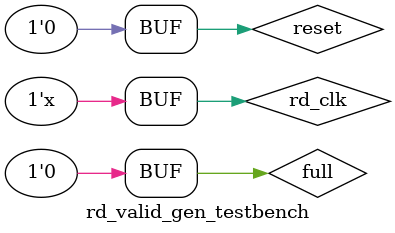
<source format=v>
module rd_valid_gen_testbench ( );

    /* Parameters */
    
    parameter FIFO_DEPTH = 8;
    parameter COUNTER_WIDTH = 3;
    
    /* Variables */
    
    reg full = 0;
    reg rd_clk = 0;
    reg reset = 0;
    
    wire rd_valid;
    
    /* Behavioral */
    
    // Read Valid Generator Instance
    rd_valid_gen #(
        .FIFO_DEPTH(FIFO_DEPTH),
        .COUNTER_WIDTH(COUNTER_WIDTH)
    ) rd_valid_gen_inst (
        .full(full),
        .rd_clk(rd_clk),
        .reset(reset),
        .rd_valid(rd_valid)
    );
    
    // Read Clock Generation
    always
        #5 rd_clk = !rd_clk & !full;
        
    // Reset and Full Generation
    initial begin
        #2 reset = 1;
        #2 reset = 0;
        
        #30 full = 1;
        #10 full = 0;
        
        #110 full = 1;
        #10  full = 0;
    end

endmodule
</source>
